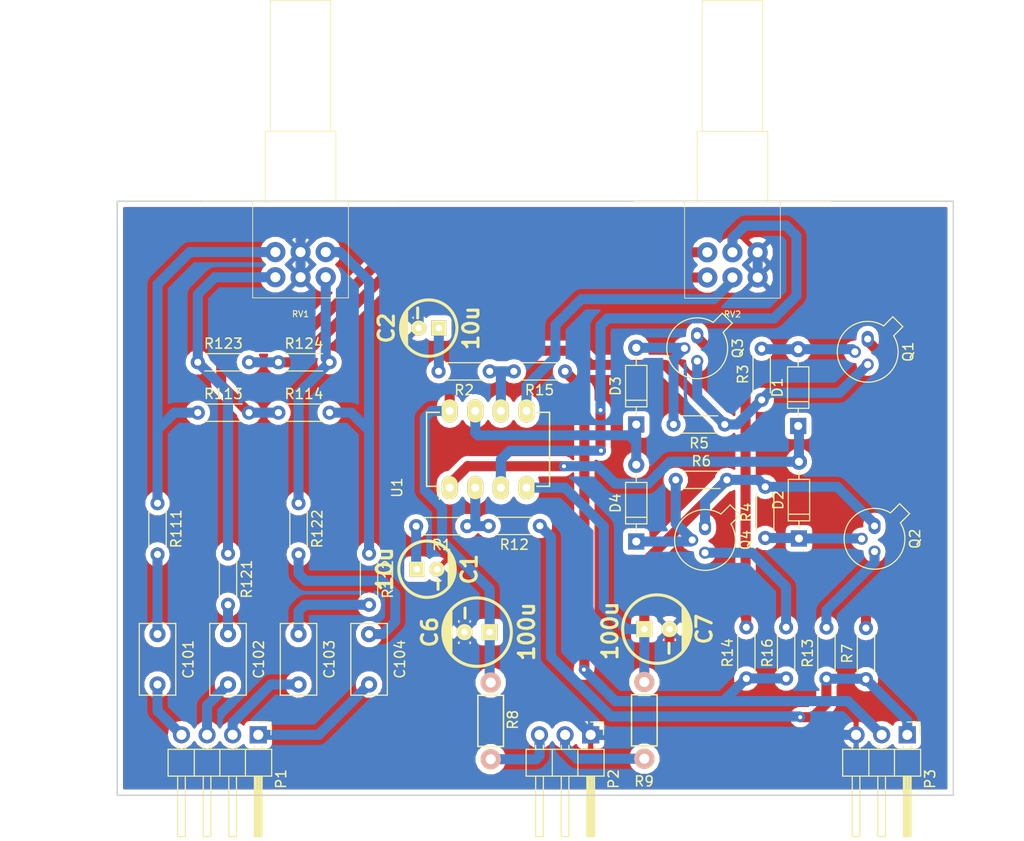
<source format=kicad_pcb>
(kicad_pcb (version 4) (host pcbnew 4.0.7)
  (layers (0 F.Cu signal) (31 B.Cu signal) (34 B.Paste user) (35 F.Paste user) (36 B.SilkS user) (37 F.SilkS user) (38 B.Mask user) (39 F.Mask user) (44 Edge.Cuts user))
  (net 0 "")
  (net 1 GND)
  (net 2 "Net-(C1-Pad1)")
  (net 3 "Net-(C2-Pad1)")
  (net 4 /+15)
  (net 5 /-15)
  (net 6 /OUT_R)
  (net 7 /OUT_L)
  (net 8 "Net-(D1-Pad2)")
  (net 9 "Net-(D1-Pad1)")
  (net 10 "Net-(D2-Pad1)")
  (net 11 "Net-(D3-Pad2)")
  (net 12 "Net-(D3-Pad1)")
  (net 13 "Net-(D4-Pad1)")
  (net 14 "Net-(Q2-Pad3)")
  (net 15 "Net-(Q4-Pad3)")
  (net 16 "Net-(R1-Pad1)")
  (net 17 "Net-(R15-Pad2)")
  (net 18 /IN_L2)
  (net 19 /IN_R2)
  (net 20 /IN_R1)
  (net 21 /IN_L1)
  (net 22 /GAIN_CTRL_OUT_L)
  (net 23 /BLEND_OUT_L)
  (net 24 /GAIN_CTRL_OUT_R)
  (net 25 /BLEND_OUT_R)
  (net 26 "Net-(R111-Pad1)")
  (net 27 "Net-(R112-Pad1)")
  (net 28 "Net-(R121-Pad1)")
  (net 29 "Net-(R122-Pad1)")
  (net 30 "Net-(P2-Pad2)")
  (net 31 "Net-(P2-Pad3)")
  (net 32 "Net-(C101-Pad2)")
  (net 33 "Net-(C102-Pad2)")
  (net 34 "Net-(C103-Pad2)")
  (net 35 "Net-(C104-Pad2)")
  (net 36 "Net-(Q1-Pad1)")
  (net 37 "Net-(Q3-Pad1)")
  (module Resistors_ThroughHole:Resistor_Horizontal_RM7mm (layer F.Cu) (at 133.075 92.805 270)
    (fp_text reference R8 (at 3.699 -2.194 270) (layer F.SilkS))
    (fp_text value "470 1/2W")
    (pad 1 thru_hole circle (at 0 0 270) (size 1.99898 1.99898) (drill 1.00076) (layers *.Cu *.SilkS *.Mask) (net 4 /+15))
    (pad 2 thru_hole circle (at 7.62 0 270) (size 1.99898 1.99898) (drill 1.00076) (layers *.Cu *.SilkS *.Mask) (net 31 "Net-(P2-Pad3)"))
  )
  (module Resistors_ThroughHole:Resistor_Horizontal_RM7mm (layer F.Cu) (at 148.325 92.755 270)
    (fp_text reference R9 (at 9.87 0.025 360) (layer F.SilkS))
    (fp_text value "470 1/2W")
    (pad 1 thru_hole circle (at 0 0 270) (size 1.99898 1.99898) (drill 1.00076) (layers *.Cu *.SilkS *.Mask) (net 5 /-15))
    (pad 2 thru_hole circle (at 7.62 0 270) (size 1.99898 1.99898) (drill 1.00076) (layers *.Cu *.SilkS *.Mask) (net 30 "Net-(P2-Pad2)"))
  )
  (module Housings_DIP:DIP-8_W7.62mm_LongPads (layer F.Cu) (at 129.005 73.45 90)
    (fp_text reference U1 (at 0 -5.22 90) (layer F.SilkS))
    (fp_text value MC33178)
    (pad 1 thru_hole oval (at 0 0 90) (size 2.3 1.6) (drill 0.8) (layers *.Cu *.Mask F.SilkS) (net 9 "Net-(D1-Pad1)"))
    (pad 2 thru_hole oval (at 0 2.54 90) (size 2.3 1.6) (drill 0.8) (layers *.Cu *.Mask F.SilkS) (net 16 "Net-(R1-Pad1)"))
    (pad 3 thru_hole oval (at 0 5.08 90) (size 2.3 1.6) (drill 0.8) (layers *.Cu *.Mask F.SilkS) (net 24 /GAIN_CTRL_OUT_R))
    (pad 4 thru_hole oval (at 0 7.62 90) (size 2.3 1.6) (drill 0.8) (layers *.Cu *.Mask F.SilkS) (net 5 /-15))
    (pad 5 thru_hole oval (at 7.62 7.62 90) (size 2.3 1.6) (drill 0.8) (layers *.Cu *.Mask F.SilkS) (net 22 /GAIN_CTRL_OUT_L))
    (pad 6 thru_hole oval (at 7.62 5.08 90) (size 2.3 1.6) (drill 0.8) (layers *.Cu *.Mask F.SilkS) (net 17 "Net-(R15-Pad2)"))
    (pad 7 thru_hole oval (at 7.62 2.54 90) (size 2.3 1.6) (drill 0.8) (layers *.Cu *.Mask F.SilkS) (net 12 "Net-(D3-Pad1)"))
    (pad 8 thru_hole oval (at 7.62 0 90) (size 2.3 1.6) (drill 0.8) (layers *.Cu *.Mask F.SilkS) (net 4 /+15))
  )
  (module Pin_Headers:Pin_Header_Angled_1x04_Pitch2.54mm (layer F.Cu) (at 110 98 270)
    (fp_text reference P1 (at 4.385 -2.27 270) (layer F.SilkS))
    (fp_text value INPUTS)
    (pad 1 thru_hole rect (at 0 0 270) (size 1.7 1.7) (drill 1) (layers *.Cu *.Mask) (net 35 "Net-(C104-Pad2)"))
    (pad 2 thru_hole oval (at 0 2.54 270) (size 1.7 1.7) (drill 1) (layers *.Cu *.Mask) (net 34 "Net-(C103-Pad2)"))
    (pad 3 thru_hole oval (at 0 5.08 270) (size 1.7 1.7) (drill 1) (layers *.Cu *.Mask) (net 33 "Net-(C102-Pad2)"))
    (pad 4 thru_hole oval (at 0 7.62 270) (size 1.7 1.7) (drill 1) (layers *.Cu *.Mask) (net 32 "Net-(C101-Pad2)"))
  )
  (module Pin_Headers:Pin_Header_Angled_1x03_Pitch2.54mm (layer F.Cu) (at 143 98 270)
    (fp_text reference P2 (at 4.385 -2.27 270) (layer F.SilkS))
    (fp_text value POWER)
    (pad 1 thru_hole rect (at 0 0 270) (size 1.7 1.7) (drill 1) (layers *.Cu *.Mask) (net 1 GND))
    (pad 2 thru_hole oval (at 0 2.54 270) (size 1.7 1.7) (drill 1) (layers *.Cu *.Mask) (net 30 "Net-(P2-Pad2)"))
    (pad 3 thru_hole oval (at 0 5.08 270) (size 1.7 1.7) (drill 1) (layers *.Cu *.Mask) (net 31 "Net-(P2-Pad3)"))
  )
  (module Pin_Headers:Pin_Header_Angled_1x03_Pitch2.54mm (layer F.Cu) (at 174.425 98 270)
    (fp_text reference P3 (at 4.385 -2.27 270) (layer F.SilkS))
    (fp_text value OUPUTS)
    (pad 1 thru_hole rect (at 0 0 270) (size 1.7 1.7) (drill 1) (layers *.Cu *.Mask) (net 6 /OUT_R))
    (pad 2 thru_hole oval (at 0 2.54 270) (size 1.7 1.7) (drill 1) (layers *.Cu *.Mask) (net 7 /OUT_L))
    (pad 3 thru_hole oval (at 0 5.08 270) (size 1.7 1.7) (drill 1) (layers *.Cu *.Mask) (net 1 GND))
  )
  (module ALPS_pot:Potentiometer_ALPS_RK097 (layer F.Cu) (at 114.2 51.3)
    (fp_text reference RV1 (at 0 4.9) (layer F.SilkS) (effects (font (size 0.6 0.6) (thickness 0.1))))
    (fp_text value 20k)
    (pad 1 thru_hole circle (at -2.5 -1.25) (size 2 2) (drill 1) (layers *.Cu *.Mask) (net 26 "Net-(R111-Pad1)"))
    (pad 2 thru_hole circle (at 0 -1.25) (size 2 2) (drill 1) (layers *.Cu *.Mask) (net 1 GND))
    (pad 3 thru_hole circle (at 2.5 -1.25) (size 2 2) (drill 1) (layers *.Cu *.Mask) (net 27 "Net-(R112-Pad1)"))
    (pad 4 thru_hole circle (at -2.5 1.25) (size 2 2) (drill 1) (layers *.Cu *.Mask) (net 28 "Net-(R121-Pad1)"))
    (pad 5 thru_hole circle (at 0 1.25) (size 2 2) (drill 1) (layers *.Cu *.Mask) (net 1 GND))
    (pad 6 thru_hole circle (at 2.5 1.25) (size 2 2) (drill 1) (layers *.Cu *.Mask) (net 29 "Net-(R122-Pad1)"))
  )
  (module ALPS_pot:Potentiometer_ALPS_RK097 (layer F.Cu) (at 157.075 51.325)
    (fp_text reference RV2 (at 0 4.9) (layer F.SilkS) (effects (font (size 0.6 0.6) (thickness 0.1))))
    (fp_text value 20k)
    (pad 1 thru_hole circle (at -2.5 -1.25) (size 2 2) (drill 1) (layers *.Cu *.Mask) (net 25 /BLEND_OUT_R))
    (pad 2 thru_hole circle (at 0 -1.25) (size 2 2) (drill 1) (layers *.Cu *.Mask) (net 24 /GAIN_CTRL_OUT_R))
    (pad 3 thru_hole circle (at 2.5 -1.25) (size 2 2) (drill 1) (layers *.Cu *.Mask) (net 1 GND))
    (pad 4 thru_hole circle (at -2.5 1.25) (size 2 2) (drill 1) (layers *.Cu *.Mask) (net 23 /BLEND_OUT_L))
    (pad 5 thru_hole circle (at 0 1.25) (size 2 2) (drill 1) (layers *.Cu *.Mask) (net 22 /GAIN_CTRL_OUT_L))
    (pad 6 thru_hole circle (at 2.5 1.25) (size 2 2) (drill 1) (layers *.Cu *.Mask) (net 1 GND))
  )
  (module w_capacitors:CP_6.3x11mm (layer F.Cu) (at 131.725 87.8 90)
    (fp_text reference C6 (at 0 -4.7 90) (layer F.SilkS) (effects (font (thickness 0.3048))))
    (fp_text value 100u (at 0.05 4.925 270) (layer F.SilkS) (effects (font (thickness 0.3048))))
    (pad 1 thru_hole rect (at 0 1.25 90) (size 1.6 1.6) (drill 0.65) (layers *.Cu *.Mask F.SilkS) (net 4 /+15))
    (pad 2 thru_hole circle (at 0 -1.25 90) (size 1.6 1.6) (drill 0.65) (layers *.Cu *.Mask F.SilkS) (net 1 GND))
  )
  (module w_capacitors:CP_6.3x11mm (layer F.Cu) (at 149.575 87.5 270)
    (fp_text reference C7 (at 0 -4.7 270) (layer F.SilkS) (effects (font (thickness 0.3048))))
    (fp_text value 100u (at 0.175 4.65 450) (layer F.SilkS) (effects (font (thickness 0.3048))))
    (pad 1 thru_hole rect (at 0 1.25 270) (size 1.6 1.6) (drill 0.65) (layers *.Cu *.Mask F.SilkS) (net 5 /-15))
    (pad 2 thru_hole circle (at 0 -1.25 270) (size 1.6 1.6) (drill 0.65) (layers *.Cu *.Mask F.SilkS) (net 1 GND))
  )
  (module w_capacitors:CP_5x11mm (layer F.Cu) (at 126.75 81.55 270)
    (fp_text reference C1 (at 0 -4.2 270) (layer F.SilkS) (effects (font (thickness 0.3048))))
    (fp_text value 10u (at 0 4.2 270) (layer F.SilkS) (effects (font (thickness 0.3048))))
    (pad 1 thru_hole rect (at 0 1 270) (size 1.5 1.5) (drill 0.65) (layers *.Cu *.Mask F.SilkS) (net 2 "Net-(C1-Pad1)"))
    (pad 2 thru_hole circle (at 0 -1 270) (size 1.5 1.5) (drill 0.65) (layers *.Cu *.Mask F.SilkS) (net 1 GND))
  )
  (module w_capacitors:CP_5x11mm (layer F.Cu) (at 126.925 57.6 90)
    (fp_text reference C2 (at 0 -4.2 90) (layer F.SilkS) (effects (font (thickness 0.3048))))
    (fp_text value 10u (at 0 4.2 90) (layer F.SilkS) (effects (font (thickness 0.3048))))
    (pad 1 thru_hole rect (at 0 1 90) (size 1.5 1.5) (drill 0.65) (layers *.Cu *.Mask F.SilkS) (net 3 "Net-(C2-Pad1)"))
    (pad 2 thru_hole circle (at 0 -1 90) (size 1.5 1.5) (drill 0.65) (layers *.Cu *.Mask F.SilkS) (net 1 GND))
  )
  (module TO_SOT_Packages_THT:TO-18-3 (layer F.Cu) (at 170.5 58.685 270)
    (fp_text reference Q1 (at 1.27 -4.02 270) (layer F.SilkS))
    (fp_text value Q_NPN_EBC)
    (pad 1 thru_hole oval (at 0 0 270) (size 1.6 1.2) (drill 0.7) (layers *.Cu *.Mask) (net 36 "Net-(Q1-Pad1)"))
    (pad 2 thru_hole oval (at 1.27 1.27 270) (size 1.2 1.2) (drill 0.7) (layers *.Cu *.Mask) (net 8 "Net-(D1-Pad2)"))
    (pad 3 thru_hole oval (at 2.54 0 270) (size 1.2 1.2) (drill 0.7) (layers *.Cu *.Mask) (net 4 /+15))
  )
  (module TO_SOT_Packages_THT:TO-18-3 (layer F.Cu) (at 171.175 77.26 270)
    (fp_text reference Q2 (at 1.27 -4.02 270) (layer F.SilkS))
    (fp_text value Q_PNP_EBC)
    (pad 1 thru_hole oval (at 0 0 270) (size 1.6 1.2) (drill 0.7) (layers *.Cu *.Mask) (net 5 /-15))
    (pad 2 thru_hole oval (at 1.27 1.27 270) (size 1.2 1.2) (drill 0.7) (layers *.Cu *.Mask) (net 10 "Net-(D2-Pad1)"))
    (pad 3 thru_hole oval (at 2.54 0 270) (size 1.2 1.2) (drill 0.7) (layers *.Cu *.Mask) (net 14 "Net-(Q2-Pad3)"))
  )
  (module TO_SOT_Packages_THT:TO-18-3 (layer F.Cu) (at 153.575 58.335 270)
    (fp_text reference Q3 (at 1.27 -4.02 270) (layer F.SilkS))
    (fp_text value Q_NPN_EBC)
    (pad 1 thru_hole oval (at 0 0 270) (size 1.6 1.2) (drill 0.7) (layers *.Cu *.Mask) (net 37 "Net-(Q3-Pad1)"))
    (pad 2 thru_hole oval (at 1.27 1.27 270) (size 1.2 1.2) (drill 0.7) (layers *.Cu *.Mask) (net 11 "Net-(D3-Pad2)"))
    (pad 3 thru_hole oval (at 2.54 0 270) (size 1.2 1.2) (drill 0.7) (layers *.Cu *.Mask) (net 4 /+15))
  )
  (module TO_SOT_Packages_THT:TO-18-3 (layer F.Cu) (at 154.35 77.375 270)
    (fp_text reference Q4 (at 1.27 -4.02 270) (layer F.SilkS))
    (fp_text value Q_PNP_EBC)
    (pad 1 thru_hole oval (at 0 0 270) (size 1.6 1.2) (drill 0.7) (layers *.Cu *.Mask) (net 5 /-15))
    (pad 2 thru_hole oval (at 1.27 1.27 270) (size 1.2 1.2) (drill 0.7) (layers *.Cu *.Mask) (net 13 "Net-(D4-Pad1)"))
    (pad 3 thru_hole oval (at 2.54 0 270) (size 1.2 1.2) (drill 0.7) (layers *.Cu *.Mask) (net 15 "Net-(Q4-Pad3)"))
  )
  (module Diodes_ThroughHole:D_DO-35_SOD27_P7.62mm_Horizontal (layer F.Cu) (at 163.6 67.32 90)
    (fp_text reference D1 (at 3.81 -2.06 90) (layer F.SilkS))
    (fp_text value D)
    (pad 1 thru_hole rect (at 0 0 90) (size 1.6 1.6) (drill 0.8) (layers *.Cu *.Mask) (net 9 "Net-(D1-Pad1)"))
    (pad 2 thru_hole oval (at 7.62 0 90) (size 1.6 1.6) (drill 0.8) (layers *.Cu *.Mask) (net 8 "Net-(D1-Pad2)"))
  )
  (module Diodes_ThroughHole:D_DO-35_SOD27_P7.62mm_Horizontal (layer F.Cu) (at 163.675 78.495 90)
    (fp_text reference D2 (at 3.81 -2.06 90) (layer F.SilkS))
    (fp_text value D)
    (pad 1 thru_hole rect (at 0 0 90) (size 1.6 1.6) (drill 0.8) (layers *.Cu *.Mask) (net 10 "Net-(D2-Pad1)"))
    (pad 2 thru_hole oval (at 7.62 0 90) (size 1.6 1.6) (drill 0.8) (layers *.Cu *.Mask) (net 9 "Net-(D1-Pad1)"))
  )
  (module Diodes_ThroughHole:D_DO-35_SOD27_P7.62mm_Horizontal (layer F.Cu) (at 147.525 67.175 90)
    (fp_text reference D3 (at 3.81 -2.06 90) (layer F.SilkS))
    (fp_text value D)
    (pad 1 thru_hole rect (at 0 0 90) (size 1.6 1.6) (drill 0.8) (layers *.Cu *.Mask) (net 12 "Net-(D3-Pad1)"))
    (pad 2 thru_hole oval (at 7.62 0 90) (size 1.6 1.6) (drill 0.8) (layers *.Cu *.Mask) (net 11 "Net-(D3-Pad2)"))
  )
  (module Diodes_ThroughHole:D_DO-35_SOD27_P7.62mm_Horizontal (layer F.Cu) (at 147.525 78.8 90)
    (fp_text reference D4 (at 3.81 -2.06 90) (layer F.SilkS))
    (fp_text value D)
    (pad 1 thru_hole rect (at 0 0 90) (size 1.6 1.6) (drill 0.8) (layers *.Cu *.Mask) (net 13 "Net-(D4-Pad1)"))
    (pad 2 thru_hole oval (at 7.62 0 90) (size 1.6 1.6) (drill 0.8) (layers *.Cu *.Mask) (net 12 "Net-(D3-Pad1)"))
  )
  (module Resistors_ThroughHole:R_Axial_DIN0204_L3.6mm_D1.6mm_P5.08mm_Horizontal (layer F.Cu) (at 130.755 77.275 180)
    (fp_text reference R1 (at 2.54 -1.86 180) (layer F.SilkS))
    (fp_text value 10k)
    (pad 1 thru_hole circle (at 0 0 180) (size 1.4 1.4) (drill 0.7) (layers *.Cu *.Mask) (net 16 "Net-(R1-Pad1)"))
    (pad 2 thru_hole oval (at 5.08 0 180) (size 1.4 1.4) (drill 0.7) (layers *.Cu *.Mask) (net 2 "Net-(C1-Pad1)"))
  )
  (module Resistors_ThroughHole:R_Axial_DIN0204_L3.6mm_D1.6mm_P5.08mm_Horizontal (layer F.Cu) (at 132.98 61.9 180)
    (fp_text reference R2 (at 2.54 -1.86 180) (layer F.SilkS))
    (fp_text value 10k)
    (pad 1 thru_hole circle (at 0 0 180) (size 1.4 1.4) (drill 0.7) (layers *.Cu *.Mask) (net 17 "Net-(R15-Pad2)"))
    (pad 2 thru_hole oval (at 5.08 0 180) (size 1.4 1.4) (drill 0.7) (layers *.Cu *.Mask) (net 3 "Net-(C2-Pad1)"))
  )
  (module Resistors_ThroughHole:R_Axial_DIN0204_L3.6mm_D1.6mm_P5.08mm_Horizontal (layer F.Cu) (at 159.975 64.73 90)
    (fp_text reference R3 (at 2.54 -1.86 90) (layer F.SilkS))
    (fp_text value 10k)
    (pad 1 thru_hole circle (at 0 0 90) (size 1.4 1.4) (drill 0.7) (layers *.Cu *.Mask) (net 4 /+15))
    (pad 2 thru_hole oval (at 5.08 0 90) (size 1.4 1.4) (drill 0.7) (layers *.Cu *.Mask) (net 8 "Net-(D1-Pad2)"))
  )
  (module Resistors_ThroughHole:R_Axial_DIN0204_L3.6mm_D1.6mm_P5.08mm_Horizontal (layer F.Cu) (at 160.325 78.45 90)
    (fp_text reference R4 (at 2.54 -1.86 90) (layer F.SilkS))
    (fp_text value 10k)
    (pad 1 thru_hole circle (at 0 0 90) (size 1.4 1.4) (drill 0.7) (layers *.Cu *.Mask) (net 10 "Net-(D2-Pad1)"))
    (pad 2 thru_hole oval (at 5.08 0 90) (size 1.4 1.4) (drill 0.7) (layers *.Cu *.Mask) (net 5 /-15))
  )
  (module Resistors_ThroughHole:R_Axial_DIN0204_L3.6mm_D1.6mm_P5.08mm_Horizontal (layer F.Cu) (at 156.305 67.175 180)
    (fp_text reference R5 (at 2.54 -1.86 180) (layer F.SilkS))
    (fp_text value 10k)
    (pad 1 thru_hole circle (at 0 0 180) (size 1.4 1.4) (drill 0.7) (layers *.Cu *.Mask) (net 4 /+15))
    (pad 2 thru_hole oval (at 5.08 0 180) (size 1.4 1.4) (drill 0.7) (layers *.Cu *.Mask) (net 11 "Net-(D3-Pad2)"))
  )
  (module Resistors_ThroughHole:R_Axial_DIN0204_L3.6mm_D1.6mm_P5.08mm_Horizontal (layer F.Cu) (at 151.445 72.675)
    (fp_text reference R6 (at 2.54 -1.86) (layer F.SilkS))
    (fp_text value 10k)
    (pad 1 thru_hole circle (at 0 0) (size 1.4 1.4) (drill 0.7) (layers *.Cu *.Mask) (net 13 "Net-(D4-Pad1)"))
    (pad 2 thru_hole oval (at 5.08 0) (size 1.4 1.4) (drill 0.7) (layers *.Cu *.Mask) (net 5 /-15))
  )
  (module Resistors_ThroughHole:R_Axial_DIN0204_L3.6mm_D1.6mm_P5.08mm_Horizontal (layer F.Cu) (at 170.325 92.475 90)
    (fp_text reference R7 (at 2.54 -1.86 90) (layer F.SilkS))
    (fp_text value "4.7 1/2W")
    (pad 1 thru_hole circle (at 0 0 90) (size 1.4 1.4) (drill 0.7) (layers *.Cu *.Mask) (net 6 /OUT_R))
    (pad 2 thru_hole oval (at 5.08 0 90) (size 1.4 1.4) (drill 0.7) (layers *.Cu *.Mask) (net 36 "Net-(Q1-Pad1)"))
  )
  (module Resistors_ThroughHole:R_Axial_DIN0204_L3.6mm_D1.6mm_P5.08mm_Horizontal (layer F.Cu) (at 137.955 77.25 180)
    (fp_text reference R12 (at 2.54 -1.86 180) (layer F.SilkS))
    (fp_text value 100k)
    (pad 1 thru_hole circle (at 0 0 180) (size 1.4 1.4) (drill 0.7) (layers *.Cu *.Mask) (net 6 /OUT_R))
    (pad 2 thru_hole oval (at 5.08 0 180) (size 1.4 1.4) (drill 0.7) (layers *.Cu *.Mask) (net 16 "Net-(R1-Pad1)"))
  )
  (module Resistors_ThroughHole:R_Axial_DIN0204_L3.6mm_D1.6mm_P5.08mm_Horizontal (layer F.Cu) (at 166.4 92.43 90)
    (fp_text reference R13 (at 2.54 -1.86 90) (layer F.SilkS))
    (fp_text value "4.7 1/2W")
    (pad 1 thru_hole circle (at 0 0 90) (size 1.4 1.4) (drill 0.7) (layers *.Cu *.Mask) (net 6 /OUT_R))
    (pad 2 thru_hole oval (at 5.08 0 90) (size 1.4 1.4) (drill 0.7) (layers *.Cu *.Mask) (net 14 "Net-(Q2-Pad3)"))
  )
  (module Resistors_ThroughHole:R_Axial_DIN0204_L3.6mm_D1.6mm_P5.08mm_Horizontal (layer F.Cu) (at 158.45 92.4 90)
    (fp_text reference R14 (at 2.54 -1.86 90) (layer F.SilkS))
    (fp_text value "4.7 1/2W")
    (pad 1 thru_hole circle (at 0 0 90) (size 1.4 1.4) (drill 0.7) (layers *.Cu *.Mask) (net 7 /OUT_L))
    (pad 2 thru_hole oval (at 5.08 0 90) (size 1.4 1.4) (drill 0.7) (layers *.Cu *.Mask) (net 37 "Net-(Q3-Pad1)"))
  )
  (module Resistors_ThroughHole:R_Axial_DIN0204_L3.6mm_D1.6mm_P5.08mm_Horizontal (layer F.Cu) (at 140.455 61.9 180)
    (fp_text reference R15 (at 2.54 -1.86 180) (layer F.SilkS))
    (fp_text value 100k)
    (pad 1 thru_hole circle (at 0 0 180) (size 1.4 1.4) (drill 0.7) (layers *.Cu *.Mask) (net 7 /OUT_L))
    (pad 2 thru_hole oval (at 5.08 0 180) (size 1.4 1.4) (drill 0.7) (layers *.Cu *.Mask) (net 17 "Net-(R15-Pad2)"))
  )
  (module Resistors_ThroughHole:R_Axial_DIN0204_L3.6mm_D1.6mm_P5.08mm_Horizontal (layer F.Cu) (at 162.4 92.405 90)
    (fp_text reference R16 (at 2.54 -1.86 90) (layer F.SilkS))
    (fp_text value "4.7 1/2W")
    (pad 1 thru_hole circle (at 0 0 90) (size 1.4 1.4) (drill 0.7) (layers *.Cu *.Mask) (net 7 /OUT_L))
    (pad 2 thru_hole oval (at 5.08 0 90) (size 1.4 1.4) (drill 0.7) (layers *.Cu *.Mask) (net 15 "Net-(Q4-Pad3)"))
  )
  (module Resistors_ThroughHole:R_Axial_DIN0204_L3.6mm_D1.6mm_P5.08mm_Horizontal (layer F.Cu) (at 100 75 270)
    (fp_text reference R111 (at 2.54 -1.86 270) (layer F.SilkS))
    (fp_text value 2K2)
    (pad 1 thru_hole circle (at 0 0 270) (size 1.4 1.4) (drill 0.7) (layers *.Cu *.Mask) (net 26 "Net-(R111-Pad1)"))
    (pad 2 thru_hole oval (at 5.08 0 270) (size 1.4 1.4) (drill 0.7) (layers *.Cu *.Mask) (net 20 /IN_R1))
  )
  (module Resistors_ThroughHole:R_Axial_DIN0204_L3.6mm_D1.6mm_P5.08mm_Horizontal (layer F.Cu) (at 121 80 270)
    (fp_text reference R112 (at 2.54 -1.86 270) (layer F.SilkS))
    (fp_text value 2K2)
    (pad 1 thru_hole circle (at 0 0 270) (size 1.4 1.4) (drill 0.7) (layers *.Cu *.Mask) (net 27 "Net-(R112-Pad1)"))
    (pad 2 thru_hole oval (at 5.08 0 270) (size 1.4 1.4) (drill 0.7) (layers *.Cu *.Mask) (net 19 /IN_R2))
  )
  (module Resistors_ThroughHole:R_Axial_DIN0204_L3.6mm_D1.6mm_P5.08mm_Horizontal (layer F.Cu) (at 104 66)
    (fp_text reference R113 (at 2.54 -1.86) (layer F.SilkS))
    (fp_text value 47K)
    (pad 1 thru_hole circle (at 0 0) (size 1.4 1.4) (drill 0.7) (layers *.Cu *.Mask) (net 26 "Net-(R111-Pad1)"))
    (pad 2 thru_hole oval (at 5.08 0) (size 1.4 1.4) (drill 0.7) (layers *.Cu *.Mask) (net 25 /BLEND_OUT_R))
  )
  (module Resistors_ThroughHole:R_Axial_DIN0204_L3.6mm_D1.6mm_P5.08mm_Horizontal (layer F.Cu) (at 112 66)
    (fp_text reference R114 (at 2.54 -1.86) (layer F.SilkS))
    (fp_text value 47K)
    (pad 1 thru_hole circle (at 0 0) (size 1.4 1.4) (drill 0.7) (layers *.Cu *.Mask) (net 25 /BLEND_OUT_R))
    (pad 2 thru_hole oval (at 5.08 0) (size 1.4 1.4) (drill 0.7) (layers *.Cu *.Mask) (net 27 "Net-(R112-Pad1)"))
  )
  (module Resistors_ThroughHole:R_Axial_DIN0204_L3.6mm_D1.6mm_P5.08mm_Horizontal (layer F.Cu) (at 107 80 270)
    (fp_text reference R121 (at 2.54 -1.86 270) (layer F.SilkS))
    (fp_text value 2K2)
    (pad 1 thru_hole circle (at 0 0 270) (size 1.4 1.4) (drill 0.7) (layers *.Cu *.Mask) (net 28 "Net-(R121-Pad1)"))
    (pad 2 thru_hole oval (at 5.08 0 270) (size 1.4 1.4) (drill 0.7) (layers *.Cu *.Mask) (net 21 /IN_L1))
  )
  (module Resistors_ThroughHole:R_Axial_DIN0204_L3.6mm_D1.6mm_P5.08mm_Horizontal (layer F.Cu) (at 114 75 270)
    (fp_text reference R122 (at 2.54 -1.86 270) (layer F.SilkS))
    (fp_text value 2K2)
    (pad 1 thru_hole circle (at 0 0 270) (size 1.4 1.4) (drill 0.7) (layers *.Cu *.Mask) (net 29 "Net-(R122-Pad1)"))
    (pad 2 thru_hole oval (at 5.08 0 270) (size 1.4 1.4) (drill 0.7) (layers *.Cu *.Mask) (net 18 /IN_L2))
  )
  (module Resistors_ThroughHole:R_Axial_DIN0204_L3.6mm_D1.6mm_P5.08mm_Horizontal (layer F.Cu) (at 104 61)
    (fp_text reference R123 (at 2.54 -1.86) (layer F.SilkS))
    (fp_text value 47K)
    (pad 1 thru_hole circle (at 0 0) (size 1.4 1.4) (drill 0.7) (layers *.Cu *.Mask) (net 28 "Net-(R121-Pad1)"))
    (pad 2 thru_hole oval (at 5.08 0) (size 1.4 1.4) (drill 0.7) (layers *.Cu *.Mask) (net 23 /BLEND_OUT_L))
  )
  (module Resistors_ThroughHole:R_Axial_DIN0204_L3.6mm_D1.6mm_P5.08mm_Horizontal (layer F.Cu) (at 112 61)
    (fp_text reference R124 (at 2.54 -1.86) (layer F.SilkS))
    (fp_text value 47K)
    (pad 1 thru_hole circle (at 0 0) (size 1.4 1.4) (drill 0.7) (layers *.Cu *.Mask) (net 23 /BLEND_OUT_L))
    (pad 2 thru_hole oval (at 5.08 0) (size 1.4 1.4) (drill 0.7) (layers *.Cu *.Mask) (net 29 "Net-(R122-Pad1)"))
  )
  (module Capacitors_ThroughHole:C_Rect_L7.0mm_W3.5mm_P5.00mm (layer F.Cu) (at 100 88 270)
    (fp_text reference C101 (at 2.5 -3.06 270) (layer F.SilkS))
    (fp_text value 220n)
    (pad 1 thru_hole circle (at 0 0 270) (size 1.6 1.6) (drill 0.8) (layers *.Cu *.Mask) (net 20 /IN_R1))
    (pad 2 thru_hole circle (at 5 0 270) (size 1.6 1.6) (drill 0.8) (layers *.Cu *.Mask) (net 32 "Net-(C101-Pad2)"))
  )
  (module Capacitors_ThroughHole:C_Rect_L7.0mm_W3.5mm_P5.00mm (layer F.Cu) (at 107 88 270)
    (fp_text reference C102 (at 2.5 -3.06 270) (layer F.SilkS))
    (fp_text value 220n)
    (pad 1 thru_hole circle (at 0 0 270) (size 1.6 1.6) (drill 0.8) (layers *.Cu *.Mask) (net 21 /IN_L1))
    (pad 2 thru_hole circle (at 5 0 270) (size 1.6 1.6) (drill 0.8) (layers *.Cu *.Mask) (net 33 "Net-(C102-Pad2)"))
  )
  (module Capacitors_ThroughHole:C_Rect_L7.0mm_W3.5mm_P5.00mm (layer F.Cu) (at 114 88 270)
    (fp_text reference C103 (at 2.5 -3.06 270) (layer F.SilkS))
    (fp_text value 220n)
    (pad 1 thru_hole circle (at 0 0 270) (size 1.6 1.6) (drill 0.8) (layers *.Cu *.Mask) (net 19 /IN_R2))
    (pad 2 thru_hole circle (at 5 0 270) (size 1.6 1.6) (drill 0.8) (layers *.Cu *.Mask) (net 34 "Net-(C103-Pad2)"))
  )
  (module Capacitors_ThroughHole:C_Rect_L7.0mm_W3.5mm_P5.00mm (layer F.Cu) (at 121 88 270)
    (fp_text reference C104 (at 2.5 -3.06 270) (layer F.SilkS))
    (fp_text value 220n)
    (pad 1 thru_hole circle (at 0 0 270) (size 1.6 1.6) (drill 0.8) (layers *.Cu *.Mask) (net 18 /IN_L2))
    (pad 2 thru_hole circle (at 5 0 270) (size 1.6 1.6) (drill 0.8) (layers *.Cu *.Mask) (net 35 "Net-(C104-Pad2)"))
  )
  (gr_line (start 96 104) (end 96 45) (angle 90) (layer Edge.Cuts) (width 0.15))
  (gr_line (start 96 45) (end 179 45) (angle 90) (layer Edge.Cuts) (width 0.15))
  (gr_line (start 179 104) (end 96 104) (angle 90) (layer Edge.Cuts) (width 0.15))
  (gr_line (start 179 45) (end 179 104) (angle 90) (layer Edge.Cuts) (width 0.15))
  (segment (start 149.925 90.025) (end 146.95 90.025) (width 1) (layer F.Cu) (net 1))
  (segment (start 145.85 97) (end 145.85 91.125) (width 1) (layer F.Cu) (net 1))
  (segment (start 145.85 91.125) (end 146.95 90.025) (width 1) (layer F.Cu) (net 1))
  (segment (start 143 98) (end 144.85 98) (width 1) (layer F.Cu) (net 1))
  (segment (start 144.85 98) (end 145.85 97) (width 1) (layer F.Cu) (net 1))
  (segment (start 130.475 87.8) (end 130.475 84.275) (width 1) (layer B.Cu) (net 1))
  (segment (start 130.475 84.275) (end 127.75 81.55) (width 1) (layer B.Cu) (net 1))
  (segment (start 143 98) (end 169.345 98) (width 1) (layer B.Cu) (net 1))
  (segment (start 150.825 89.125) (end 149.925 90.025) (width 1) (layer F.Cu) (net 1))
  (segment (start 150.825 89.125) (end 150.825 87.5) (width 1) (layer F.Cu) (net 1))
  (segment (start 130.475 87.8) (end 130.475 94.05) (width 1) (layer B.Cu) (net 1))
  (segment (start 130.475 94.05) (end 131.9 95.475) (width 1) (layer B.Cu) (net 1))
  (segment (start 131.9 95.475) (end 140.525002 95.475) (width 1) (layer B.Cu) (net 1))
  (segment (start 140.525002 95.475) (end 143 97.949998) (width 1) (layer B.Cu) (net 1))
  (segment (start 143 97.949998) (end 143 98) (width 1) (layer B.Cu) (net 1))
  (segment (start 123.55 47.65) (end 115.185787 47.65) (width 1) (layer B.Cu) (net 1))
  (segment (start 115.185787 47.65) (end 114.2 48.635787) (width 1) (layer B.Cu) (net 1))
  (segment (start 114.2 48.635787) (end 114.2 50.05) (width 1) (layer B.Cu) (net 1))
  (segment (start 125.925 50.025) (end 123.55 47.65) (width 1) (layer B.Cu) (net 1))
  (segment (start 125.925 57.6) (end 125.925 50.025) (width 1) (layer B.Cu) (net 1))
  (segment (start 159.575 50.075) (end 159.575 52.575) (width 1) (layer B.Cu) (net 1))
  (segment (start 114.2 50.05) (end 114.2 52.55) (width 1) (layer B.Cu) (net 1))
  (segment (start 125.675 77.275) (end 125.675 81.475) (width 1) (layer B.Cu) (net 2))
  (segment (start 125.675 81.475) (end 125.75 81.55) (width 1) (layer B.Cu) (net 2))
  (segment (start 127.925 57.6) (end 127.925 61.875) (width 1) (layer B.Cu) (net 3))
  (segment (start 127.925 61.875) (end 127.9 61.9) (width 1) (layer B.Cu) (net 3))
  (segment (start 132.661998 59.85) (end 141.625 59.85) (width 1) (layer F.Cu) (net 4))
  (segment (start 156.305 67.175) (end 150.385001 61.255001) (width 1) (layer F.Cu) (net 4))
  (segment (start 150.385001 61.255001) (end 143.030001 61.255001) (width 1) (layer F.Cu) (net 4))
  (segment (start 143.030001 61.255001) (end 141.625 59.85) (width 1) (layer F.Cu) (net 4))
  (segment (start 129.005 65.83) (end 129.005 63.506998) (width 1) (layer F.Cu) (net 4))
  (segment (start 129.005 63.506998) (end 132.661998 59.85) (width 1) (layer F.Cu) (net 4))
  (segment (start 129.005 65.83) (end 127.205 65.83) (width 1) (layer B.Cu) (net 4))
  (segment (start 127.205 65.83) (end 126.525 66.51) (width 1) (layer B.Cu) (net 4))
  (segment (start 126.525 66.51) (end 126.525 73.725) (width 1) (layer B.Cu) (net 4))
  (segment (start 128.25 75.449177) (end 128.25 78.8) (width 1) (layer B.Cu) (net 4))
  (segment (start 126.525 73.725) (end 126.525823 73.725) (width 1) (layer B.Cu) (net 4))
  (segment (start 126.525823 73.725) (end 128.25 75.449177) (width 1) (layer B.Cu) (net 4))
  (segment (start 128.25 78.8) (end 132.975 83.525) (width 1) (layer B.Cu) (net 4))
  (segment (start 132.975 83.525) (end 132.975 83.825) (width 1) (layer B.Cu) (net 4))
  (segment (start 132.975 83.825) (end 132.975 87.8) (width 1) (layer B.Cu) (net 4))
  (segment (start 159.975 64.73) (end 160.674999 64.030001) (width 1) (layer B.Cu) (net 4))
  (segment (start 160.674999 64.030001) (end 167.694999 64.030001) (width 1) (layer B.Cu) (net 4))
  (segment (start 167.694999 64.030001) (end 169.900001 61.824999) (width 1) (layer B.Cu) (net 4))
  (segment (start 169.900001 61.824999) (end 170.5 61.225) (width 1) (layer B.Cu) (net 4))
  (segment (start 153.575 60.875) (end 153.575 64.445) (width 1) (layer B.Cu) (net 4))
  (segment (start 153.575 64.445) (end 156.305 67.175) (width 1) (layer B.Cu) (net 4))
  (segment (start 156.305 67.175) (end 157.53 67.175) (width 1) (layer B.Cu) (net 4))
  (segment (start 157.53 67.175) (end 159.975 64.73) (width 1) (layer B.Cu) (net 4))
  (segment (start 132.975 87.8) (end 132.975 92.705) (width 1) (layer B.Cu) (net 4))
  (segment (start 132.975 92.705) (end 133.075 92.805) (width 1) (layer B.Cu) (net 4))
  (segment (start 148.325 87.5) (end 148.325 80.875) (width 1) (layer F.Cu) (net 5))
  (segment (start 148.325 80.875) (end 156.525 72.675) (width 1) (layer F.Cu) (net 5))
  (segment (start 136.625 73.45) (end 140.45 73.45) (width 1) (layer B.Cu) (net 5))
  (segment (start 140.45 73.45) (end 144.3 77.3) (width 1) (layer B.Cu) (net 5))
  (segment (start 148.325 87.5) (end 146.525 87.5) (width 1) (layer B.Cu) (net 5))
  (segment (start 146.525 87.5) (end 144.3 85.275) (width 1) (layer B.Cu) (net 5))
  (segment (start 144.3 85.275) (end 144.3 77.3) (width 1) (layer B.Cu) (net 5))
  (segment (start 154.35 77.375) (end 154.35 74.85) (width 1) (layer B.Cu) (net 5))
  (segment (start 154.35 74.85) (end 156.525 72.675) (width 1) (layer B.Cu) (net 5))
  (segment (start 160.325 73.37) (end 167.485 73.37) (width 1) (layer B.Cu) (net 5))
  (segment (start 167.485 73.37) (end 171.175 77.06) (width 1) (layer B.Cu) (net 5))
  (segment (start 171.175 77.06) (end 171.175 77.26) (width 1) (layer B.Cu) (net 5))
  (segment (start 156.525 72.675) (end 159.63 72.675) (width 1) (layer B.Cu) (net 5))
  (segment (start 159.63 72.675) (end 160.325 73.37) (width 1) (layer B.Cu) (net 5))
  (segment (start 148.325 92.755) (end 148.325 87.5) (width 1) (layer B.Cu) (net 5))
  (segment (start 163.8 96.25) (end 165.05 96.25) (width 1) (layer F.Cu) (net 6))
  (segment (start 165.05 96.25) (end 166.4 94.9) (width 1) (layer F.Cu) (net 6))
  (segment (start 166.4 92.43) (end 166.4 94.9) (width 1) (layer F.Cu) (net 6))
  (segment (start 144.995097 96.17501) (end 163.72501 96.17501) (width 1) (layer B.Cu) (net 6))
  (segment (start 163.72501 96.17501) (end 163.8 96.25) (width 1) (layer B.Cu) (net 6))
  (via (at 163.8 96.25) (size 1) (drill 0.4) (layers F.Cu B.Cu) (net 6))
  (segment (start 144.995097 96.17501) (end 163.02499 96.17501) (width 1) (layer B.Cu) (net 6))
  (segment (start 163.02499 96.17501) (end 163.025 96.175) (width 1) (layer B.Cu) (net 6))
  (segment (start 139.05499 90.234903) (end 144.995097 96.17501) (width 1) (layer B.Cu) (net 6))
  (segment (start 174.425 98) (end 174.425 96.575) (width 1) (layer B.Cu) (net 6))
  (segment (start 174.425 96.575) (end 170.325 92.475) (width 1) (layer B.Cu) (net 6))
  (segment (start 166.4 92.43) (end 170.28 92.43) (width 1) (layer B.Cu) (net 6))
  (segment (start 170.28 92.43) (end 170.325 92.475) (width 1) (layer B.Cu) (net 6))
  (segment (start 137.955 77.25) (end 139.05499 78.34999) (width 1) (layer B.Cu) (net 6))
  (segment (start 139.05499 78.34999) (end 139.05499 90.234903) (width 1) (layer B.Cu) (net 6))
  (segment (start 146 94.654491) (end 156.175 94.654491) (width 1) (layer B.Cu) (net 7))
  (segment (start 156.175 94.654491) (end 168.539491 94.654491) (width 1) (layer B.Cu) (net 7))
  (segment (start 158.45 92.4) (end 157.750001 93.099999) (width 1) (layer B.Cu) (net 7))
  (segment (start 157.750001 93.099999) (end 157.729492 93.099999) (width 1) (layer B.Cu) (net 7))
  (segment (start 157.729492 93.099999) (end 156.175 94.654491) (width 1) (layer B.Cu) (net 7))
  (segment (start 146 94.654491) (end 145.454491 94.654491) (width 1) (layer B.Cu) (net 7))
  (segment (start 145.454491 94.654491) (end 142.325 91.525) (width 1) (layer B.Cu) (net 7))
  (segment (start 168.539491 94.654491) (end 168.66 94.775) (width 1) (layer B.Cu) (net 7))
  (segment (start 168.66 94.775) (end 171.885 98) (width 1) (layer B.Cu) (net 7))
  (via (at 142.325 91.525) (size 1) (drill 0.4) (layers F.Cu B.Cu) (net 7))
  (segment (start 140.455 61.9) (end 142.375 63.82) (width 1) (layer F.Cu) (net 7))
  (segment (start 142.375 91.475) (end 142.325 91.525) (width 1) (layer F.Cu) (net 7))
  (segment (start 142.375 63.82) (end 142.375 91.475) (width 1) (layer F.Cu) (net 7))
  (segment (start 160.225 92.4) (end 162.395 92.4) (width 1) (layer B.Cu) (net 7))
  (segment (start 158.45 92.4) (end 160.225 92.4) (width 1) (layer B.Cu) (net 7))
  (segment (start 171.885 98) (end 169.51 95.625) (width 1) (layer B.Cu) (net 7))
  (segment (start 162.395 92.4) (end 162.4 92.405) (width 1) (layer B.Cu) (net 7))
  (segment (start 163.6 59.7) (end 160.025 59.7) (width 1) (layer B.Cu) (net 8))
  (segment (start 160.025 59.7) (end 159.975 59.65) (width 1) (layer B.Cu) (net 8))
  (segment (start 163.6 59.7) (end 168.975 59.7) (width 1) (layer B.Cu) (net 8))
  (segment (start 168.975 59.7) (end 169.23 59.955) (width 1) (layer B.Cu) (net 8))
  (segment (start 140.35 71.325) (end 143.725 71.325) (width 1) (layer B.Cu) (net 9))
  (segment (start 143.725 71.325) (end 145.45 73.05) (width 1) (layer B.Cu) (net 9))
  (segment (start 145.45 73.05) (end 148.701998 73.05) (width 1) (layer B.Cu) (net 9))
  (segment (start 148.701998 73.05) (end 150.876998 70.875) (width 1) (layer B.Cu) (net 9))
  (segment (start 150.876998 70.875) (end 163.675 70.875) (width 1) (layer B.Cu) (net 9))
  (segment (start 140.35 71.325) (end 130.83 71.325) (width 1) (layer F.Cu) (net 9))
  (segment (start 130.83 71.325) (end 130.805 71.3) (width 1) (layer F.Cu) (net 9))
  (via (at 140.35 71.325) (size 1) (drill 0.4) (layers F.Cu B.Cu) (net 9))
  (segment (start 130.805 71.3) (end 129.005 73.1) (width 1) (layer F.Cu) (net 9))
  (segment (start 129.005 73.1) (end 129.005 73.45) (width 1) (layer F.Cu) (net 9))
  (segment (start 163.675 70.875) (end 163.675 67.395) (width 1) (layer B.Cu) (net 9))
  (segment (start 163.675 67.395) (end 163.6 67.32) (width 1) (layer B.Cu) (net 9))
  (segment (start 163.675 78.495) (end 169.87 78.495) (width 1) (layer B.Cu) (net 10))
  (segment (start 169.87 78.495) (end 169.905 78.53) (width 1) (layer B.Cu) (net 10))
  (segment (start 160.325 78.45) (end 163.63 78.45) (width 1) (layer B.Cu) (net 10))
  (segment (start 163.63 78.45) (end 163.675 78.495) (width 1) (layer B.Cu) (net 10))
  (segment (start 147.525 59.555) (end 152.255 59.555) (width 1) (layer B.Cu) (net 11))
  (segment (start 152.255 59.555) (end 152.305 59.605) (width 1) (layer B.Cu) (net 11))
  (segment (start 152.305 59.605) (end 151.225 60.685) (width 1) (layer B.Cu) (net 11))
  (segment (start 151.225 60.685) (end 151.225 67.175) (width 1) (layer B.Cu) (net 11))
  (segment (start 131.545 65.83) (end 131.545 67.98) (width 1) (layer B.Cu) (net 12))
  (segment (start 146.85 68.25) (end 147.525 68.925) (width 1) (layer B.Cu) (net 12))
  (segment (start 131.545 67.98) (end 131.815 68.25) (width 1) (layer B.Cu) (net 12))
  (segment (start 131.815 68.25) (end 146.85 68.25) (width 1) (layer B.Cu) (net 12))
  (segment (start 147.525 67.175) (end 147.525 68.925) (width 1) (layer B.Cu) (net 12))
  (segment (start 147.525 68.925) (end 147.525 71.18) (width 1) (layer B.Cu) (net 12))
  (segment (start 147.525 78.8) (end 152.925 78.8) (width 1) (layer B.Cu) (net 13))
  (segment (start 152.925 78.8) (end 153.08 78.645) (width 1) (layer B.Cu) (net 13))
  (segment (start 153.08 78.645) (end 151.445 77.01) (width 1) (layer B.Cu) (net 13))
  (segment (start 151.445 77.01) (end 151.445 72.675) (width 1) (layer B.Cu) (net 13))
  (segment (start 166.4 87.35) (end 166.4 85.65) (width 1) (layer B.Cu) (net 14))
  (segment (start 171.175 79.8) (end 171.175 80.875) (width 1) (layer B.Cu) (net 14))
  (segment (start 171.175 80.875) (end 166.4 85.65) (width 1) (layer B.Cu) (net 14))
  (segment (start 159.015 79.915) (end 162.4 83.3) (width 1) (layer B.Cu) (net 15))
  (segment (start 162.4 83.3) (end 162.4 87.325) (width 1) (layer B.Cu) (net 15))
  (segment (start 154.35 79.915) (end 159.015 79.915) (width 1) (layer B.Cu) (net 15))
  (segment (start 130.755 77.275) (end 131.425 77.275) (width 1) (layer B.Cu) (net 16))
  (segment (start 131.545 77.155) (end 131.425 77.275) (width 1) (layer B.Cu) (net 16))
  (segment (start 131.425 77.275) (end 132.85 77.275) (width 1) (layer B.Cu) (net 16))
  (segment (start 131.545 73.45) (end 131.545 77.155) (width 1) (layer B.Cu) (net 16))
  (segment (start 132.85 77.275) (end 132.875 77.25) (width 1) (layer B.Cu) (net 16))
  (segment (start 134.225 61.9) (end 135.375 61.9) (width 1) (layer B.Cu) (net 17))
  (segment (start 132.98 61.9) (end 134.225 61.9) (width 1) (layer B.Cu) (net 17))
  (segment (start 134.225 61.9) (end 134.085 62.04) (width 1) (layer B.Cu) (net 17))
  (segment (start 134.085 62.04) (end 134.085 65.83) (width 1) (layer B.Cu) (net 17))
  (segment (start 114 82) (end 114 80.08) (width 1) (layer B.Cu) (net 18))
  (segment (start 114.7 82.7) (end 114 82) (width 1) (layer B.Cu) (net 18))
  (segment (start 122.3 82.7) (end 114.7 82.7) (width 1) (layer B.Cu) (net 18))
  (segment (start 123.6 84) (end 122.3 82.7) (width 1) (layer B.Cu) (net 18))
  (segment (start 123.6 86.75) (end 123.6 84) (width 1) (layer B.Cu) (net 18))
  (segment (start 122.35 88) (end 123.6 86.75) (width 1) (layer B.Cu) (net 18))
  (segment (start 121 88) (end 122.35 88) (width 1) (layer B.Cu) (net 18))
  (segment (start 114.63 85.08) (end 114 85.71) (width 1) (layer B.Cu) (net 19))
  (segment (start 114 85.71) (end 114 86.86863) (width 1) (layer B.Cu) (net 19))
  (segment (start 121 85.08) (end 114.63 85.08) (width 1) (layer B.Cu) (net 19))
  (segment (start 114 88) (end 114 86.86863) (width 1) (layer B.Cu) (net 19))
  (segment (start 100 80.08) (end 100 85.08) (width 1) (layer B.Cu) (net 20))
  (segment (start 100 88) (end 100 85.08) (width 1) (layer B.Cu) (net 20))
  (segment (start 107 85.08) (end 107 88) (width 1) (layer B.Cu) (net 21))
  (segment (start 155.237002 54.725) (end 142.075 54.725) (width 1) (layer B.Cu) (net 22))
  (segment (start 142.075 54.725) (end 139.5 57.3) (width 1) (layer B.Cu) (net 22))
  (segment (start 157.075 52.575) (end 157.075 52.887002) (width 1) (layer B.Cu) (net 22))
  (segment (start 157.075 52.887002) (end 155.237002 54.725) (width 1) (layer B.Cu) (net 22))
  (segment (start 136.625 63.361998) (end 136.625 65.83) (width 1) (layer B.Cu) (net 22))
  (segment (start 139.5 57.3) (end 139.5 60.486998) (width 1) (layer B.Cu) (net 22))
  (segment (start 139.5 60.486998) (end 136.625 63.361998) (width 1) (layer B.Cu) (net 22))
  (segment (start 113.85001 61) (end 116.625 58.22501) (width 1) (layer F.Cu) (net 23))
  (segment (start 116.625 58.22501) (end 116.704902 58.22501) (width 1) (layer F.Cu) (net 23))
  (segment (start 116.704902 58.22501) (end 122.354912 52.575) (width 1) (layer F.Cu) (net 23))
  (segment (start 122.354912 52.575) (end 125.11691 52.575) (width 1) (layer F.Cu) (net 23))
  (segment (start 112 61) (end 113.85001 61) (width 1) (layer F.Cu) (net 23))
  (segment (start 125.11691 52.575) (end 154.575 52.575) (width 1) (layer F.Cu) (net 23))
  (segment (start 109.08 61) (end 112 61) (width 1) (layer B.Cu) (net 23))
  (segment (start 144.025 69.775) (end 134.975 69.775) (width 1) (layer B.Cu) (net 24))
  (segment (start 134.975 69.775) (end 134.085 70.665) (width 1) (layer B.Cu) (net 24))
  (segment (start 143.975 65.75) (end 143.975 69.725) (width 1) (layer F.Cu) (net 24))
  (segment (start 143.975 69.725) (end 144.025 69.775) (width 1) (layer F.Cu) (net 24))
  (via (at 144.025 69.775) (size 1) (drill 0.4) (layers F.Cu B.Cu) (net 24))
  (via (at 143.975 65.75) (size 1) (drill 0.4) (layers F.Cu B.Cu) (net 24))
  (segment (start 143.975 57.35) (end 143.975 65.75) (width 1) (layer B.Cu) (net 24))
  (segment (start 144.69001 56.63499) (end 143.975 57.35) (width 1) (layer B.Cu) (net 24))
  (segment (start 163.425 54.4) (end 161.19001 56.63499) (width 1) (layer B.Cu) (net 24))
  (segment (start 161.19001 56.63499) (end 144.69001 56.63499) (width 1) (layer B.Cu) (net 24))
  (segment (start 163.425 48.45) (end 163.425 54.4) (width 1) (layer B.Cu) (net 24))
  (segment (start 162.4 47.425) (end 163.425 48.45) (width 1) (layer B.Cu) (net 24))
  (segment (start 158.310787 47.425) (end 162.4 47.425) (width 1) (layer B.Cu) (net 24))
  (segment (start 157.075 50.075) (end 157.075 48.660787) (width 1) (layer B.Cu) (net 24))
  (segment (start 157.075 48.660787) (end 158.310787 47.425) (width 1) (layer B.Cu) (net 24))
  (segment (start 134.085 73.45) (end 134.085 70.665) (width 1) (layer B.Cu) (net 24))
  (segment (start 134.085 73.45) (end 134.085 73.1) (width 1) (layer B.Cu) (net 24))
  (segment (start 126.425 50.075) (end 154.575 50.075) (width 1) (layer F.Cu) (net 25))
  (segment (start 116.899999 56.050001) (end 122.875 50.075) (width 1) (layer F.Cu) (net 25))
  (segment (start 122.875 50.075) (end 126.425 50.075) (width 1) (layer F.Cu) (net 25))
  (segment (start 116.820097 56.050001) (end 116.899999 56.050001) (width 1) (layer F.Cu) (net 25))
  (segment (start 109.08 66) (end 106.325 63.245) (width 1) (layer F.Cu) (net 25))
  (segment (start 108.175 59.125) (end 113.745098 59.125) (width 1) (layer F.Cu) (net 25))
  (segment (start 106.325 63.245) (end 106.325 60.975) (width 1) (layer F.Cu) (net 25))
  (segment (start 106.325 60.975) (end 108.175 59.125) (width 1) (layer F.Cu) (net 25))
  (segment (start 113.745098 59.125) (end 116.820097 56.050001) (width 1) (layer F.Cu) (net 25))
  (segment (start 109.08 66) (end 112 66) (width 1) (layer B.Cu) (net 25))
  (segment (start 100 68.5) (end 100 67.675) (width 1) (layer B.Cu) (net 26))
  (segment (start 100 53.25) (end 103.2 50.05) (width 1) (layer B.Cu) (net 26))
  (segment (start 100 75) (end 100 68.5) (width 1) (layer B.Cu) (net 26))
  (segment (start 100 68.5) (end 100 53.25) (width 1) (layer B.Cu) (net 26))
  (segment (start 103.2 50.05) (end 101.625 51.625) (width 1) (layer B.Cu) (net 26))
  (segment (start 111.7 50.05) (end 103.2 50.05) (width 1) (layer B.Cu) (net 26))
  (segment (start 100 67.675) (end 101.675 66) (width 1) (layer B.Cu) (net 26))
  (segment (start 101.675 66) (end 104 66) (width 1) (layer B.Cu) (net 26))
  (segment (start 116.7 50.05) (end 118.114213 50.05) (width 1) (layer B.Cu) (net 27))
  (segment (start 118.114213 50.05) (end 121 52.935787) (width 1) (layer B.Cu) (net 27))
  (segment (start 121 52.935787) (end 121 67.775) (width 1) (layer B.Cu) (net 27))
  (segment (start 121 80) (end 121 67.775) (width 1) (layer B.Cu) (net 27))
  (segment (start 121 67.775) (end 119.225 66) (width 1) (layer B.Cu) (net 27))
  (segment (start 119.225 66) (end 117.08 66) (width 1) (layer B.Cu) (net 27))
  (segment (start 111.7 52.55) (end 105.7 52.55) (width 1) (layer B.Cu) (net 28))
  (segment (start 105.7 52.55) (end 104 54.25) (width 1) (layer B.Cu) (net 28))
  (segment (start 104 61) (end 104 54.25) (width 1) (layer B.Cu) (net 28))
  (segment (start 104 61) (end 107 64) (width 1) (layer B.Cu) (net 28))
  (segment (start 107 64) (end 107 80) (width 1) (layer B.Cu) (net 28))
  (segment (start 116.7 52.55) (end 116.7 60.62) (width 1) (layer B.Cu) (net 29))
  (segment (start 116.7 60.62) (end 117.08 61) (width 1) (layer B.Cu) (net 29))
  (segment (start 114 75) (end 114 64.08) (width 1) (layer B.Cu) (net 29))
  (segment (start 114 64.08) (end 117.08 61) (width 1) (layer B.Cu) (net 29))
  (segment (start 140.46 98) (end 140.46 99.202081) (width 1) (layer B.Cu) (net 30))
  (segment (start 140.46 99.202081) (end 141.632919 100.375) (width 1) (layer B.Cu) (net 30))
  (segment (start 146.911508 100.375) (end 148.325 100.375) (width 1) (layer B.Cu) (net 30))
  (segment (start 141.632919 100.375) (end 146.911508 100.375) (width 1) (layer B.Cu) (net 30))
  (segment (start 137.92 100.08) (end 137.575 100.425) (width 1) (layer B.Cu) (net 31))
  (segment (start 137.575 100.425) (end 133.075 100.425) (width 1) (layer B.Cu) (net 31))
  (segment (start 137.92 98) (end 137.92 100.08) (width 1) (layer B.Cu) (net 31))
  (segment (start 100 93) (end 100 95.62) (width 1) (layer B.Cu) (net 32))
  (segment (start 100 95.62) (end 102.38 98) (width 1) (layer B.Cu) (net 32))
  (segment (start 104.92 98) (end 104.92 95.08) (width 1) (layer B.Cu) (net 33))
  (segment (start 104.92 95.08) (end 107 93) (width 1) (layer B.Cu) (net 33))
  (segment (start 107.46 98) (end 107.46 96.797919) (width 1) (layer B.Cu) (net 34))
  (segment (start 107.46 96.797919) (end 111.257919 93) (width 1) (layer B.Cu) (net 34))
  (segment (start 111.257919 93) (end 112.86863 93) (width 1) (layer B.Cu) (net 34))
  (segment (start 112.86863 93) (end 114 93) (width 1) (layer B.Cu) (net 34))
  (segment (start 110 98) (end 116 98) (width 1) (layer B.Cu) (net 35))
  (segment (start 116 98) (end 121 93) (width 1) (layer B.Cu) (net 35))
  (segment (start 174.425 81.075) (end 170.325 85.175) (width 1) (layer F.Cu) (net 36))
  (segment (start 170.325 85.175) (end 170.325 87.395) (width 1) (layer F.Cu) (net 36))
  (segment (start 174.425 62.81) (end 174.425 81.075) (width 1) (layer F.Cu) (net 36))
  (segment (start 170.5 58.685) (end 170.5 58.885) (width 1) (layer F.Cu) (net 36))
  (segment (start 170.5 58.885) (end 174.425 62.81) (width 1) (layer F.Cu) (net 36))
  (segment (start 153.575 58.335) (end 153.575 58.535) (width 1) (layer F.Cu) (net 37))
  (segment (start 158.374999 63.334999) (end 158.374999 86.25505) (width 1) (layer F.Cu) (net 37))
  (segment (start 158.374999 86.25505) (end 158.45 86.330051) (width 1) (layer F.Cu) (net 37))
  (segment (start 153.575 58.535) (end 158.374999 63.334999) (width 1) (layer F.Cu) (net 37))
  (segment (start 158.45 86.330051) (end 158.45 87.32) (width 1) (layer F.Cu) (net 37))
  (zone (net 1) (net_name GND) (layer F.Cu) (connect_pads (clearance 0.508)) (min_thickness 0.254) (fill yes (arc_segments 16) (thermal_gap 0.508) (thermal_bridge_width 0.508))
    (polygon (pts (xy 95.925 44.925) (xy 179.075 44.925) (xy 179.075 104.075) (xy 95.925 104.075)))
  )
  (zone (net 1) (net_name GND) (layer B.Cu) (connect_pads (clearance 0.508)) (min_thickness 0.254) (fill yes (arc_segments 16) (thermal_gap 0.508) (thermal_bridge_width 0.508))
    (polygon (pts (xy 95.925 44.925) (xy 179.075 44.925) (xy 179.075 104.075) (xy 95.925 104.075)))
  )
)
</source>
